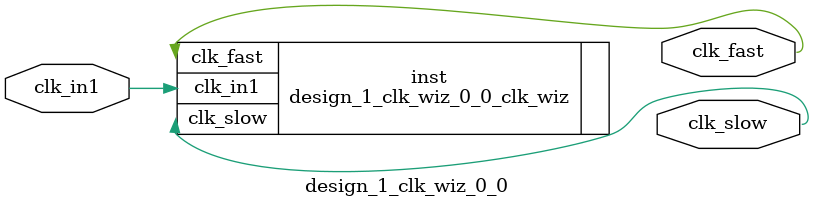
<source format=v>


`timescale 1ps/1ps

(* CORE_GENERATION_INFO = "design_1_clk_wiz_0_0,clk_wiz_v6_0_6_0_0,{component_name=design_1_clk_wiz_0_0,use_phase_alignment=true,use_min_o_jitter=false,use_max_i_jitter=false,use_dyn_phase_shift=false,use_inclk_switchover=false,use_dyn_reconfig=false,enable_axi=0,feedback_source=FDBK_AUTO,PRIMITIVE=MMCM,num_out_clk=2,clkin1_period=10.000,clkin2_period=10.000,use_power_down=false,use_reset=false,use_locked=false,use_inclk_stopped=false,feedback_type=SINGLE,CLOCK_MGR_TYPE=NA,manual_override=false}" *)

module design_1_clk_wiz_0_0 
 (
  // Clock out ports
  output        clk_slow,
  output        clk_fast,
 // Clock in ports
  input         clk_in1
 );

  design_1_clk_wiz_0_0_clk_wiz inst
  (
  // Clock out ports  
  .clk_slow(clk_slow),
  .clk_fast(clk_fast),
 // Clock in ports
  .clk_in1(clk_in1)
  );

endmodule

</source>
